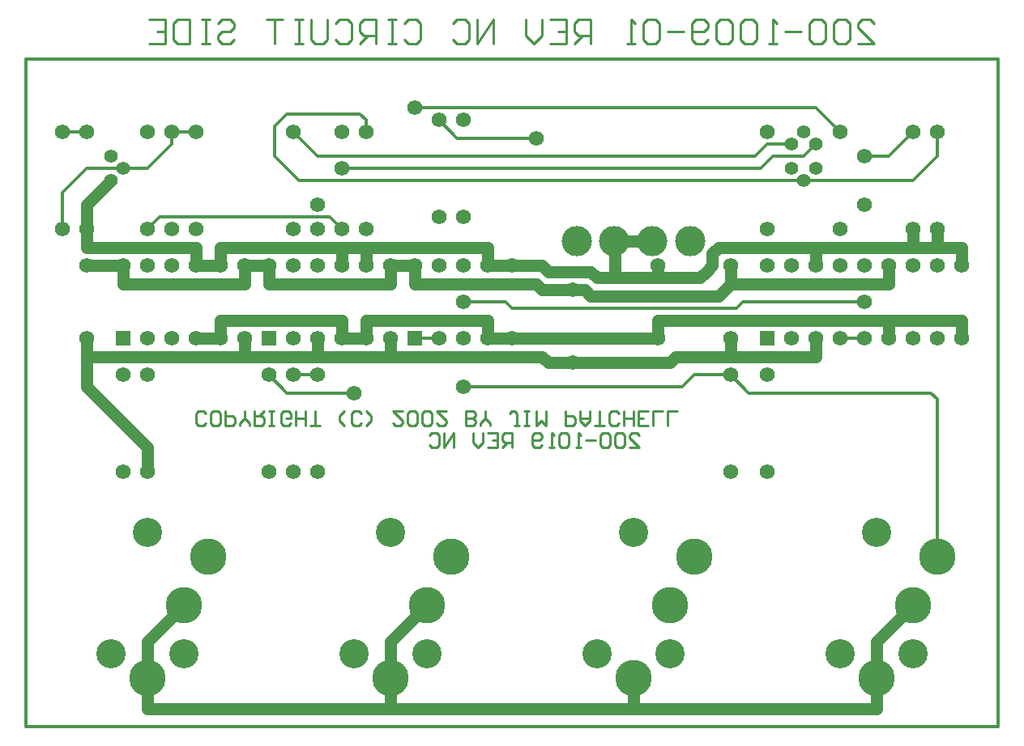
<source format=gbl>
*%FSLAX23Y23*%
*%MOIN*%
G01*
%ADD11C,0.007*%
%ADD12C,0.008*%
%ADD13C,0.010*%
%ADD14C,0.012*%
%ADD15C,0.020*%
%ADD16C,0.032*%
%ADD17C,0.036*%
%ADD18C,0.050*%
%ADD19C,0.052*%
%ADD20C,0.055*%
%ADD21C,0.056*%
%ADD22C,0.059*%
%ADD23C,0.060*%
%ADD24C,0.061*%
%ADD25C,0.062*%
%ADD26C,0.066*%
%ADD27C,0.068*%
%ADD28C,0.070*%
%ADD29C,0.080*%
%ADD30C,0.090*%
%ADD31C,0.095*%
%ADD32C,0.115*%
%ADD33C,0.120*%
%ADD34C,0.125*%
%ADD35C,0.126*%
%ADD36C,0.131*%
%ADD37C,0.150*%
%ADD38C,0.156*%
%ADD39R,0.062X0.062*%
%ADD40R,0.068X0.068*%
D13*
X11099Y9342D02*
X11166D01*
X11099Y9409D01*
Y9425D01*
X11116Y9442D01*
X11149D01*
X11166Y9425D01*
X11066D02*
X11049Y9442D01*
X11016D01*
X10999Y9425D01*
Y9359D01*
X11016Y9342D01*
X11049D01*
X11066Y9359D01*
Y9425D01*
X10966D02*
X10949Y9442D01*
X10916D01*
X10899Y9425D01*
Y9359D01*
X10916Y9342D01*
X10949D01*
X10966Y9359D01*
Y9425D01*
X10866Y9392D02*
X10799D01*
X10766Y9342D02*
X10733D01*
X10749D01*
Y9442D01*
X10750D01*
X10749D02*
X10766Y9425D01*
X10683D02*
X10666Y9442D01*
X10633D01*
X10616Y9425D01*
Y9359D01*
X10633Y9342D01*
X10666D01*
X10683Y9359D01*
Y9425D01*
X10583D02*
X10566Y9442D01*
X10533D01*
X10516Y9425D01*
Y9359D01*
X10533Y9342D01*
X10566D01*
X10583Y9359D01*
Y9425D01*
X10483Y9359D02*
X10466Y9342D01*
X10433D01*
X10416Y9359D01*
Y9425D01*
X10433Y9442D01*
X10466D01*
X10483Y9425D01*
Y9409D01*
X10466Y9392D01*
X10416D01*
X10383D02*
X10316D01*
X10283Y9425D02*
X10266Y9442D01*
X10233D01*
X10216Y9425D01*
Y9359D01*
X10233Y9342D01*
X10266D01*
X10283Y9359D01*
Y9425D01*
X10183Y9342D02*
X10150D01*
X10166D01*
Y9442D01*
X10167D01*
X10166D02*
X10183Y9425D01*
X10000Y9442D02*
Y9342D01*
Y9442D02*
X9950D01*
X9933Y9425D01*
Y9392D01*
X9950Y9375D01*
X10000D01*
X9966D02*
X9933Y9342D01*
X9900Y9442D02*
X9833D01*
X9900D02*
Y9342D01*
X9833D01*
X9866Y9392D02*
X9900D01*
X9800Y9375D02*
Y9442D01*
Y9375D02*
X9766Y9342D01*
X9733Y9375D01*
Y9442D01*
X9600D02*
Y9342D01*
X9533D02*
X9600Y9442D01*
X9533D02*
Y9342D01*
X9433Y9425D02*
X9450Y9442D01*
X9483D01*
X9500Y9425D01*
Y9359D01*
X9483Y9342D01*
X9450D01*
X9433Y9359D01*
X9250Y9442D02*
X9233Y9425D01*
X9250Y9442D02*
X9283D01*
X9300Y9425D01*
Y9359D01*
X9283Y9342D01*
X9250D01*
X9233Y9359D01*
X9200Y9442D02*
X9167D01*
X9183D01*
Y9342D01*
X9200D01*
X9167D01*
X9117D02*
Y9442D01*
X9067D01*
X9050Y9425D01*
Y9392D01*
X9067Y9375D01*
X9117D01*
X9083D02*
X9050Y9342D01*
X8950Y9425D02*
X8967Y9442D01*
X9000D01*
X9017Y9425D01*
Y9359D01*
X9000Y9342D01*
X8967D01*
X8950Y9359D01*
X8917D02*
Y9442D01*
Y9359D02*
X8900Y9342D01*
X8867D01*
X8850Y9359D01*
Y9442D01*
X8817D02*
X8783D01*
X8800D01*
Y9342D01*
X8817D01*
X8783D01*
X8733Y9442D02*
X8667D01*
X8700D01*
Y9342D01*
X8484Y9442D02*
X8467Y9425D01*
X8484Y9442D02*
X8517D01*
X8534Y9425D01*
Y9409D01*
X8517Y9392D01*
X8484D01*
X8467Y9375D01*
Y9359D01*
X8484Y9342D01*
X8517D01*
X8534Y9359D01*
X8434Y9442D02*
X8400D01*
X8417D01*
Y9342D01*
X8434D01*
X8400D01*
X8350D02*
Y9442D01*
Y9342D02*
X8300D01*
X8284Y9359D01*
Y9425D01*
X8300Y9442D01*
X8350D01*
X8250D02*
X8184D01*
X8250D02*
Y9342D01*
X8184D01*
X8217Y9392D02*
X8250D01*
X8416Y7777D02*
X8406Y7767D01*
X8386D01*
X8376Y7777D01*
Y7817D01*
X8386Y7827D01*
X8406D01*
X8416Y7817D01*
X8446Y7767D02*
X8466D01*
X8446D02*
X8436Y7777D01*
Y7817D01*
X8446Y7827D01*
X8466D01*
X8476Y7817D01*
Y7777D01*
X8466Y7767D01*
X8496D02*
Y7827D01*
Y7767D02*
X8526D01*
X8536Y7777D01*
Y7797D01*
X8526Y7807D01*
X8496D01*
X8556Y7777D02*
Y7767D01*
Y7777D02*
X8576Y7797D01*
X8596Y7777D01*
Y7767D01*
X8576Y7797D02*
Y7827D01*
X8616D02*
Y7767D01*
X8646D01*
X8656Y7777D01*
Y7797D01*
X8646Y7807D01*
X8616D01*
X8636D02*
X8656Y7827D01*
X8676Y7767D02*
X8696D01*
X8686D01*
Y7827D01*
X8676D01*
X8696D01*
X8756Y7767D02*
X8766Y7777D01*
X8756Y7767D02*
X8736D01*
X8726Y7777D01*
Y7817D01*
X8736Y7827D01*
X8756D01*
X8766Y7817D01*
Y7797D01*
X8746D01*
X8786Y7767D02*
Y7827D01*
Y7797D01*
X8826D01*
Y7767D01*
Y7827D01*
X8846Y7767D02*
X8886D01*
X8866D01*
Y7827D01*
X8966Y7807D02*
X8986Y7827D01*
X8966Y7807D02*
Y7787D01*
X8986Y7767D01*
X9046D02*
X9056Y7777D01*
X9046Y7767D02*
X9026D01*
X9016Y7777D01*
Y7817D01*
X9026Y7827D01*
X9046D01*
X9056Y7817D01*
X9076Y7827D02*
X9096Y7807D01*
Y7787D01*
X9076Y7767D01*
X9186Y7827D02*
X9226D01*
X9186D02*
X9226Y7787D01*
Y7777D01*
X9216Y7767D01*
X9196D01*
X9186Y7777D01*
X9246D02*
X9256Y7767D01*
X9276D01*
X9286Y7777D01*
Y7817D01*
X9276Y7827D01*
X9256D01*
X9246Y7817D01*
Y7777D01*
X9306D02*
X9316Y7767D01*
X9336D01*
X9346Y7777D01*
Y7817D01*
X9336Y7827D01*
X9316D01*
X9306Y7817D01*
Y7777D01*
X9366Y7827D02*
X9406D01*
X9366D02*
X9406Y7787D01*
Y7777D01*
X9396Y7767D01*
X9376D01*
X9366Y7777D01*
X9486Y7767D02*
Y7827D01*
X9516D01*
X9526Y7817D01*
Y7807D01*
X9516Y7797D01*
X9486D01*
X9487D01*
X9486D02*
X9487D01*
X9486D02*
X9487D01*
X9486D02*
X9516D01*
X9526Y7787D01*
Y7777D01*
X9516Y7767D01*
X9486D01*
X9546D02*
Y7777D01*
X9566Y7797D01*
X9586Y7777D01*
Y7767D01*
X9566Y7797D02*
Y7827D01*
X9686Y7767D02*
X9706D01*
X9696D02*
X9686D01*
X9696D02*
Y7817D01*
X9686Y7827D01*
X9676D01*
X9666Y7817D01*
X9726Y7767D02*
X9746D01*
X9736D01*
Y7827D01*
X9726D01*
X9746D01*
X9776D02*
Y7767D01*
X9796Y7787D01*
X9816Y7767D01*
Y7827D01*
X9896D02*
Y7767D01*
X9925D01*
X9935Y7777D01*
Y7797D01*
X9925Y7807D01*
X9896D01*
X9955Y7827D02*
Y7787D01*
X9975Y7767D01*
X9995Y7787D01*
Y7827D01*
Y7797D01*
X9955D01*
X10015Y7767D02*
X10055D01*
X10035D01*
Y7827D01*
X10105Y7767D02*
X10115Y7777D01*
X10105Y7767D02*
X10085D01*
X10075Y7777D01*
Y7817D01*
X10085Y7827D01*
X10105D01*
X10115Y7817D01*
X10135Y7827D02*
Y7767D01*
Y7797D02*
Y7827D01*
Y7797D02*
X10175D01*
Y7767D01*
Y7827D01*
X10195Y7767D02*
X10235D01*
X10195D02*
Y7827D01*
X10235D01*
X10215Y7797D02*
X10195D01*
X10255Y7767D02*
Y7827D01*
X10295D01*
X10315D02*
Y7767D01*
Y7827D02*
X10355D01*
X10201Y7677D02*
X10161D01*
X10201D02*
X10161Y7717D01*
Y7727D01*
X10171Y7737D01*
X10191D01*
X10201Y7727D01*
X10141D02*
X10131Y7737D01*
X10111D01*
X10101Y7727D01*
Y7687D01*
X10111Y7677D01*
X10131D01*
X10141Y7687D01*
Y7727D01*
X10081D02*
X10071Y7737D01*
X10051D01*
X10041Y7727D01*
Y7687D01*
X10051Y7677D01*
X10071D01*
X10081Y7687D01*
Y7727D01*
X10021Y7707D02*
X9981D01*
X9961Y7677D02*
X9941D01*
X9951D01*
Y7737D01*
X9952D01*
X9951D02*
X9961Y7727D01*
X9911D02*
X9901Y7737D01*
X9881D01*
X9871Y7727D01*
Y7687D01*
X9881Y7677D01*
X9901D01*
X9911Y7687D01*
Y7727D01*
X9851Y7677D02*
X9831D01*
X9841D01*
Y7737D01*
X9842D01*
X9841D02*
X9851Y7727D01*
X9801Y7687D02*
X9791Y7677D01*
X9771D01*
X9761Y7687D01*
Y7727D01*
X9771Y7737D01*
X9791D01*
X9801Y7727D01*
Y7717D01*
X9791Y7707D01*
X9761D01*
X9676Y7677D02*
Y7737D01*
X9646D01*
X9636Y7727D01*
Y7707D01*
X9646Y7697D01*
X9676D01*
X9656D02*
X9636Y7677D01*
X9616Y7737D02*
X9576D01*
X9616D02*
Y7677D01*
X9576D01*
X9596Y7707D02*
X9616D01*
X9556Y7697D02*
Y7737D01*
Y7697D02*
X9536Y7677D01*
X9516Y7697D01*
Y7737D01*
X9436D02*
Y7677D01*
X9396D02*
X9436Y7737D01*
X9396D02*
Y7677D01*
X9336Y7727D02*
X9346Y7737D01*
X9366D01*
X9376Y7727D01*
Y7687D01*
X9366Y7677D01*
X9346D01*
X9336Y7687D01*
D14*
X7826Y8577D02*
Y8727D01*
X7926Y8827D01*
X8176Y8577D02*
X8226Y8627D01*
X8176Y8827D02*
X8276Y8927D01*
Y8977D01*
X8701Y9002D02*
Y8877D01*
X8776Y8977D02*
X8876Y8877D01*
X8801Y8777D02*
X8701Y8877D01*
X8676Y7977D02*
X8751Y7902D01*
X8701Y9002D02*
X8751Y9052D01*
X8926Y8627D02*
X8976Y8577D01*
X9026Y7902D02*
X8751D01*
X8776Y7977D02*
X8876D01*
X10651Y7902D02*
X11401D01*
X10376Y7927D02*
X9476D01*
X10426Y7977D02*
X10576D01*
X9076Y8977D02*
Y9027D01*
X9051Y9052D01*
X11026Y8127D02*
X11126D01*
X10601Y8252D02*
X9676D01*
X9376Y8127D02*
X9276D01*
X9451Y8952D02*
X9376Y9027D01*
X10626Y8277D02*
X11126D01*
X9651D02*
X9476D01*
X8926Y8627D02*
X8226D01*
X9651Y8277D02*
X9676Y8252D01*
X8976Y8827D02*
X10701D01*
X11201Y8777D02*
X11326D01*
X10876D02*
X8801D01*
X10876D02*
X11201D01*
X8076Y8827D02*
X7926D01*
X8076D02*
X8176D01*
X7926Y8977D02*
X7826D01*
X8876Y8877D02*
X10676D01*
X10726Y8927D02*
X10826D01*
X10876Y8877D02*
X10751D01*
X11126D02*
X11226D01*
X8376Y8977D02*
X8276D01*
X9451Y8952D02*
X9776D01*
X9051Y9052D02*
X8751D01*
X9276Y9077D02*
X10926D01*
X10426Y7977D02*
X10376Y7927D01*
X10576Y7977D02*
X10651Y7902D01*
X10676Y8877D02*
X10726Y8927D01*
X10751Y8877D02*
X10701Y8827D01*
X10626Y8277D02*
X10601Y8252D01*
X11026Y8977D02*
X10926Y9077D01*
Y8927D02*
X10876Y8877D01*
X11326Y8777D02*
X11426Y8877D01*
X11326Y8977D02*
X11226Y8877D01*
X11426D02*
Y8977D01*
Y7877D02*
Y7227D01*
Y7877D02*
X11401Y7902D01*
X11676Y9277D02*
X7676D01*
Y6527D02*
X11676D01*
Y9277D01*
X7676D02*
Y6527D01*
D18*
X10001Y8402D02*
X10026Y8377D01*
X9826Y8402D02*
X9801Y8427D01*
X9776Y8352D02*
X9801Y8327D01*
X9976D02*
X10001Y8302D01*
X9801Y8052D02*
X9826Y8027D01*
X8176Y7677D02*
X7926Y7927D01*
X10501Y8477D02*
X10526Y8502D01*
X10501Y8427D02*
X10476Y8402D01*
X10451Y8377D01*
X10526Y8302D02*
X10576Y8352D01*
X10351Y8052D02*
X10326Y8027D01*
X8026Y8777D02*
X7926Y8677D01*
X8326Y7027D02*
X8176Y6877D01*
X9176D02*
X9326Y7027D01*
X11176Y6877D02*
X11326Y7027D01*
X9176Y6602D02*
X8176D01*
X9176D02*
X10176D01*
X11176D01*
X7926Y8502D02*
Y8577D01*
Y8677D01*
Y8127D02*
Y8052D01*
Y8127D02*
Y7927D01*
X8076Y8352D02*
Y8427D01*
X8176Y6877D02*
Y6727D01*
Y6602D01*
Y7577D02*
Y7677D01*
X8376Y8427D02*
Y8502D01*
X8476D02*
Y8427D01*
X8576D02*
Y8352D01*
X8476Y8202D02*
Y8127D01*
X8576D02*
Y8052D01*
X8676Y8352D02*
Y8427D01*
X8976D02*
Y8502D01*
Y8202D02*
Y8127D01*
X8876D02*
Y8052D01*
X8576D02*
X7926D01*
X8576D02*
X8876D01*
X9176D01*
X9801D01*
X10351D02*
X10576D01*
X9926Y8027D02*
X9826D01*
X9926D02*
X10326D01*
X10576Y8052D02*
X10926D01*
X9076Y8427D02*
Y8502D01*
X9176Y8427D02*
Y8352D01*
X9076Y8202D02*
Y8127D01*
X9176D02*
Y8052D01*
Y6727D02*
Y6602D01*
Y6727D02*
Y6877D01*
X11226Y8202D02*
X11526D01*
X11226D02*
X10276D01*
Y8127D02*
X9676D01*
X9576Y8202D02*
X9076D01*
X9576Y8127D02*
X9676D01*
X8976Y8202D02*
X8476D01*
X8976Y8127D02*
X9076D01*
X8476D02*
X8376D01*
X9276Y8352D02*
Y8427D01*
X10276Y8377D02*
X10451D01*
X10276D02*
X10026D01*
X10001Y8402D02*
X9826D01*
X9801Y8427D02*
X9676D01*
X9576D01*
X8476D02*
X8376D01*
X8576Y8352D02*
X8076D01*
Y8427D02*
X7926D01*
X8676Y8352D02*
X9176D01*
X8676Y8427D02*
X8576D01*
X9276Y8352D02*
X9776D01*
X9276Y8427D02*
X9176D01*
X10001Y8302D02*
X10476D01*
X10526D01*
X9926Y8327D02*
X9801D01*
X9926D02*
X9976D01*
X10576Y8352D02*
X11226D01*
X10276Y8377D02*
X10101D01*
X9576Y8427D02*
Y8502D01*
Y8202D02*
Y8127D01*
X11426Y8502D02*
X11526D01*
X11426D02*
X11326D01*
X10926D01*
X10526D01*
X9576D02*
X9076D01*
X8976D01*
X8376D02*
X7926D01*
X8476D02*
X8976D01*
X10098Y8527D02*
X10101D01*
X10254D01*
X10176Y6727D02*
Y6602D01*
X10101Y8377D02*
Y8427D01*
Y8527D01*
X10276Y8202D02*
Y8127D01*
Y8377D02*
Y8427D01*
X10501D02*
Y8477D01*
X10576Y8427D02*
Y8352D01*
Y8127D02*
Y8052D01*
X10926D02*
Y8127D01*
Y8427D02*
Y8502D01*
X11176Y6877D02*
Y6727D01*
Y6602D01*
X11326Y8502D02*
Y8577D01*
X11226Y8427D02*
Y8352D01*
Y8202D02*
Y8127D01*
X11526Y8427D02*
Y8502D01*
X11426D02*
Y8577D01*
X11526Y8202D02*
Y8127D01*
D20*
X10876Y8977D02*
D03*
X10826Y8927D02*
D03*
X10926D02*
D03*
X10876Y8777D02*
D03*
X10926Y8827D02*
D03*
X10826D02*
D03*
X8026Y8777D02*
D03*
X8076Y8827D02*
D03*
X8026Y8877D02*
D03*
D25*
X11126Y8277D02*
D03*
X9776Y8952D02*
D03*
X9476Y8277D02*
D03*
Y7927D02*
D03*
X9276Y9077D02*
D03*
X9026Y7902D02*
D03*
X8976Y8827D02*
D03*
X11426Y8977D02*
D03*
Y8577D02*
D03*
X11526Y8427D02*
D03*
Y8127D02*
D03*
X11026Y8977D02*
D03*
Y8577D02*
D03*
X11126Y8677D02*
D03*
Y8877D02*
D03*
X11326Y8977D02*
D03*
Y8577D02*
D03*
X10576Y7977D02*
D03*
Y7577D02*
D03*
X11026Y8127D02*
D03*
X10926D02*
D03*
X10726Y8427D02*
D03*
X10826D02*
D03*
X10926D02*
D03*
X11026D02*
D03*
X11126D02*
D03*
X11226D02*
D03*
X11326D02*
D03*
X11426D02*
D03*
Y8127D02*
D03*
X11326D02*
D03*
X11226D02*
D03*
X11126D02*
D03*
X10826D02*
D03*
X10726Y8577D02*
D03*
Y8977D02*
D03*
Y7977D02*
D03*
Y7577D02*
D03*
X9926Y8027D02*
D03*
Y8327D02*
D03*
X10276Y8427D02*
D03*
Y8127D02*
D03*
X10576D02*
D03*
Y8427D02*
D03*
X8776Y8977D02*
D03*
Y8577D02*
D03*
X8276Y8977D02*
D03*
Y8577D02*
D03*
X8476Y8427D02*
D03*
Y8127D02*
D03*
X9076Y8427D02*
D03*
Y8127D02*
D03*
X8376Y8577D02*
D03*
Y8977D02*
D03*
X8976Y8577D02*
D03*
Y8977D02*
D03*
X8876Y8577D02*
D03*
Y8677D02*
D03*
X8776Y8127D02*
D03*
X8676Y8427D02*
D03*
X8776D02*
D03*
X8876D02*
D03*
X8976D02*
D03*
Y8127D02*
D03*
X8876D02*
D03*
X8576D02*
D03*
Y8427D02*
D03*
X8776Y7577D02*
D03*
Y7977D02*
D03*
X8676Y7577D02*
D03*
Y7977D02*
D03*
X8876Y7577D02*
D03*
Y7977D02*
D03*
X9076Y8577D02*
D03*
Y8977D02*
D03*
X9176Y8127D02*
D03*
Y8427D02*
D03*
X9376Y8127D02*
D03*
X9276Y8427D02*
D03*
X9376D02*
D03*
X9476D02*
D03*
X9576D02*
D03*
Y8127D02*
D03*
X9476D02*
D03*
X9676Y8427D02*
D03*
Y8127D02*
D03*
X9376Y8627D02*
D03*
Y9027D02*
D03*
X9476Y8627D02*
D03*
Y9027D02*
D03*
X7926Y8977D02*
D03*
Y8577D02*
D03*
X8176Y8977D02*
D03*
Y8577D02*
D03*
X7826D02*
D03*
Y8977D02*
D03*
X8176Y8127D02*
D03*
X8076Y8427D02*
D03*
X8176D02*
D03*
X8276D02*
D03*
X8376D02*
D03*
Y8127D02*
D03*
X8276D02*
D03*
X7926D02*
D03*
Y8427D02*
D03*
X8076Y7577D02*
D03*
Y7977D02*
D03*
X8176D02*
D03*
Y7577D02*
D03*
D33*
X10176Y7327D02*
D03*
X10326Y6827D02*
D03*
X10026D02*
D03*
X11176Y7327D02*
D03*
X11326Y6827D02*
D03*
X11026D02*
D03*
X9176Y7327D02*
D03*
X9326Y6827D02*
D03*
X9026D02*
D03*
X8176Y7327D02*
D03*
X8326Y6827D02*
D03*
X8026D02*
D03*
D34*
X10254Y8527D02*
D03*
X9942D02*
D03*
X10410D02*
D03*
X10098D02*
D03*
D37*
X10176Y6727D02*
D03*
X10326Y7027D02*
D03*
X10426Y7227D02*
D03*
X11176Y6727D02*
D03*
X11326Y7027D02*
D03*
X11426Y7227D02*
D03*
X9176Y6727D02*
D03*
X9326Y7027D02*
D03*
X9426Y7227D02*
D03*
X8176Y6727D02*
D03*
X8326Y7027D02*
D03*
X8426Y7227D02*
D03*
D39*
X10726Y8127D02*
D03*
X8676D02*
D03*
X9276D02*
D03*
X8076D02*
D03*
M02*

</source>
